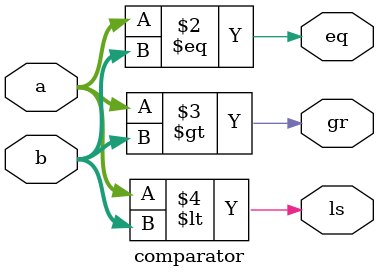
<source format=v>
module comparator (a,b,eq,gr,ls);
input [7:0] a,b;
output reg eq,gr,ls;
always @ (a,b) begin
 eq = a == b;
 gr = a > b;
 ls = a < b;
end
endmodule

</source>
